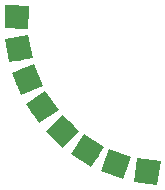
<source format=gbr>
G04 #@! TF.GenerationSoftware,KiCad,Pcbnew,no-vcs-found-5013ea2~58~ubuntu16.04.1*
G04 #@! TF.CreationDate,2017-05-24T10:44:45-06:00*
G04 #@! TF.ProjectId,HiBeam_8-pack_v02,48694265616D5F382D7061636B5F7630,rev?*
G04 #@! TF.FileFunction,Paste,Bot*
G04 #@! TF.FilePolarity,Positive*
%FSLAX46Y46*%
G04 Gerber Fmt 4.6, Leading zero omitted, Abs format (unit mm)*
G04 Created by KiCad (PCBNEW no-vcs-found-5013ea2~58~ubuntu16.04.1) date Wed May 24 10:44:45 2017*
%MOMM*%
%LPD*%
G01*
G04 APERTURE LIST*
%ADD10C,0.100000*%
%ADD11C,2.000000*%
G04 APERTURE END LIST*
D10*
D11*
X142494000Y-109702600D03*
D10*
G36*
X141212287Y-110300272D02*
X141896328Y-108420887D01*
X143775713Y-109104928D01*
X143091672Y-110984313D01*
X141212287Y-110300272D01*
X141212287Y-110300272D01*
G37*
D11*
X145110200Y-110312200D03*
D10*
G36*
X143980759Y-111163295D02*
X144259105Y-109182759D01*
X146239641Y-109461105D01*
X145961295Y-111441641D01*
X143980759Y-111163295D01*
X143980759Y-111163295D01*
G37*
D11*
X136220200Y-104851200D03*
D10*
G36*
X134831970Y-104581355D02*
X136490045Y-103462970D01*
X137608430Y-105121045D01*
X135950355Y-106239430D01*
X134831970Y-104581355D01*
X134831970Y-104581355D01*
G37*
D11*
X134239000Y-99898200D03*
D10*
G36*
X133080544Y-99087040D02*
X135050160Y-98739744D01*
X135397456Y-100709360D01*
X133427840Y-101056656D01*
X133080544Y-99087040D01*
X133080544Y-99087040D01*
G37*
D11*
X137947400Y-106908600D03*
D10*
G36*
X136533402Y-106933281D02*
X137922719Y-105494602D01*
X139361398Y-106883919D01*
X137972081Y-108322598D01*
X136533402Y-106933281D01*
X136533402Y-106933281D01*
G37*
D11*
X140055600Y-108534200D03*
D10*
G36*
X138677633Y-108852329D02*
X139737471Y-107156233D01*
X141433567Y-108216071D01*
X140373729Y-109912167D01*
X138677633Y-108852329D01*
X138677633Y-108852329D01*
G37*
D11*
X134950200Y-102489000D03*
D10*
G36*
X133648410Y-101936423D02*
X135502777Y-101187210D01*
X136251990Y-103041577D01*
X134397623Y-103790790D01*
X133648410Y-101936423D01*
X133648410Y-101936423D01*
G37*
D11*
X134061200Y-97231200D03*
D10*
G36*
X133096709Y-96196910D02*
X135095490Y-96266709D01*
X135025691Y-98265490D01*
X133026910Y-98195691D01*
X133096709Y-96196910D01*
X133096709Y-96196910D01*
G37*
M02*

</source>
